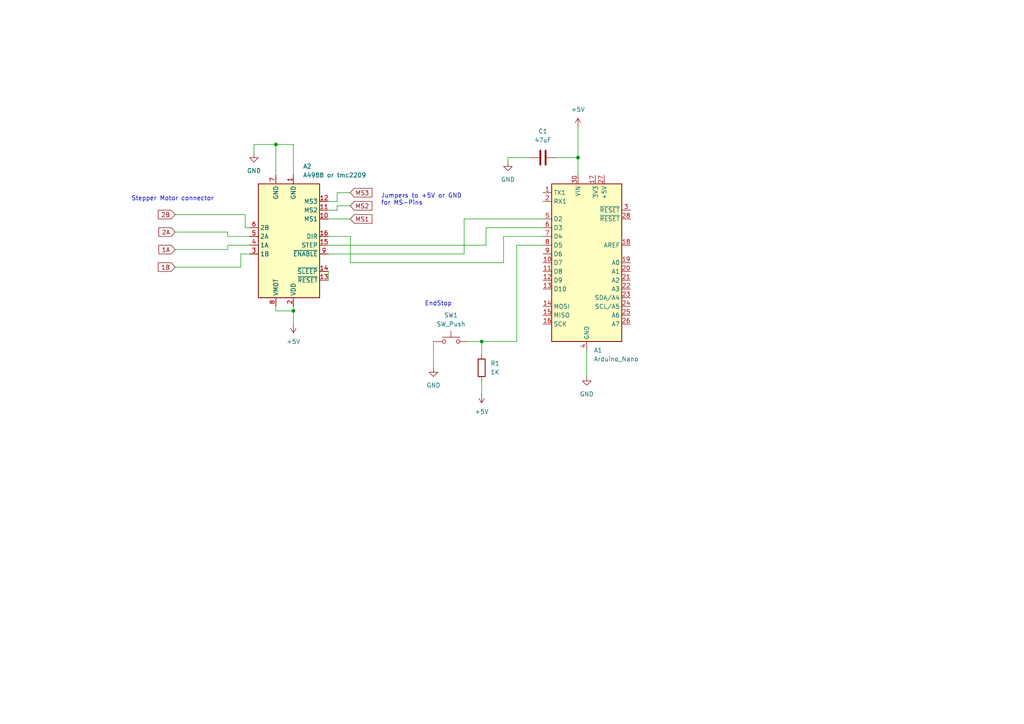
<source format=kicad_sch>
(kicad_sch (version 20211123) (generator eeschema)
  (paper "A4")
  (title_block (title "autofilmscanner") (date "2022-12-10") (rev "1"))
  (lib_symbols
    (symbol "+5V_1" (power) (pin_numbers hide) (pin_names (offset 0) hide)
      (property "Value" "+5V_1" (at 0 3.556 0))
      (symbol "+5V_1_0_1"
        (polyline (pts (xy -0.762 1.27) (xy 0 2.54)))
        (polyline (pts (xy 0 0) (xy 0 2.54)))
        (polyline (pts (xy 0 2.54) (xy 0.762 1.27)))
      )
      (symbol "+5V_1_1_1"
        (pin power_in line (at 0 0 90) (length 0) hide (name "+5V") (number "1"))
      )
    )
    (symbol "+5V_2" (power) (pin_numbers hide) (pin_names (offset 0) hide)
      (property "Value" "+5V_2" (at 0 3.556 0))
      (symbol "+5V_2_0_1"
        (polyline (pts (xy -0.762 1.27) (xy 0 2.54)))
        (polyline (pts (xy 0 0) (xy 0 2.54)))
        (polyline (pts (xy 0 2.54) (xy 0.762 1.27)))
      )
      (symbol "+5V_2_1_1"
        (pin power_in line (at 0 0 90) (length 0) hide (name "+5V") (number "1"))
      )
    )
    (symbol "Device:C" (pin_numbers hide) (pin_names (offset 0.254))
      (property "Reference" "C" (at 0.635 2.54 0))
      (property "Value" "C" (at 0.635 -2.54 0))
      (symbol "C_0_1"
        (polyline (pts (xy -2.032 -0.762) (xy 2.032 -0.762)) (stroke (width 0.508)))
        (polyline (pts (xy -2.032 0.762) (xy 2.032 0.762)) (stroke (width 0.508)))
      )
      (symbol "C_1_1"
        (pin passive line (at 0 3.81 270) (length 2.794) (name "~") (number "1"))
        (pin passive line (at 0 -3.81 90) (length 2.794) (name "~") (number "2"))
      )
    )
    (symbol "Device:R" (pin_numbers hide) (pin_names (offset 0))
      (property "Reference" "R" (at 2.032 0 90))
      (property "Value" "R" (at 0 0 90))
      (symbol "R_0_1"
        (rectangle (start -1.016 -2.54) (end 1.016 2.54) (stroke (width 0.254)))
      )
      (symbol "R_1_1"
        (pin passive line (at 0 3.81 270) (length 1.27) (name "~") (number "1"))
        (pin passive line (at 0 -3.81 90) (length 1.27) (name "~") (number "2"))
      )
    )
    (symbol "Driver_Motor:Pololu_Breakout_A4988"
      (property "Reference" "A" (at -2.54 19.05 0))
      (property "Value" "Pololu_Breakout_A4988" (at -2.54 16.51 0))
      (symbol "Pololu_Breakout_A4988_0_1"
        (rectangle (start 10.16 -17.78) (end -7.62 15.24) (stroke (width 0.254)) (fill (type background)))
      )
      (symbol "Pololu_Breakout_A4988_1_1"
        (pin power_in line (at 0 -20.32 90) (length 2.54) (name "GND") (number "1"))
        (pin input line (at -10.16 -7.62 0) (length 2.54) (name "MS1") (number "10"))
        (pin input line (at -10.16 -10.16 0) (length 2.54) (name "MS2") (number "11"))
        (pin input line (at -10.16 -12.7 0) (length 2.54) (name "MS3") (number "12"))
        (pin input line (at -10.16 10.16 0) (length 2.54) (name "~{RESET}") (number "13"))
        (pin input line (at -10.16 7.62 0) (length 2.54) (name "~{SLEEP}") (number "14"))
        (pin input line (at -10.16 0 0) (length 2.54) (name "STEP") (number "15"))
        (pin input line (at -10.16 -2.54 0) (length 2.54) (name "DIR") (number "16"))
        (pin power_in line (at 0 17.78 270) (length 2.54) (name "VDD") (number "2"))
        (pin output line (at 12.7 2.54 180) (length 2.54) (name "1B") (number "3"))
        (pin output line (at 12.7 0 180) (length 2.54) (name "1A") (number "4"))
        (pin output line (at 12.7 -2.54 180) (length 2.54) (name "2A") (number "5"))
        (pin output line (at 12.7 -5.08 180) (length 2.54) (name "2B") (number "6"))
        (pin power_in line (at 5.08 -20.32 90) (length 2.54) (name "GND") (number "7"))
        (pin power_in line (at 5.08 17.78 270) (length 2.54) (name "VMOT") (number "8"))
        (pin input line (at -10.16 2.54 0) (length 2.54) (name "~{ENABLE}") (number "9"))
      )
    )
    (symbol "GND_1" (power) (pin_numbers hide) (pin_names (offset 0) hide)
      (property "Value" "GND_1" (at 0 -3.81 0))
      (symbol "GND_1_0_1"
        (polyline (pts (xy 0 0) (xy 0 -1.27) (xy 1.27 -1.27) (xy 0 -2.54) (xy -1.27 -1.27) (xy 0 -1.27)))
      )
      (symbol "GND_1_1_1"
        (pin power_in line (at 0 0 270) (length 0) hide (name "GND") (number "1"))
      )
    )
    (symbol "GND_2" (power) (pin_numbers hide) (pin_names (offset 0) hide)
      (property "Value" "GND_2" (at 0 -3.81 0))
      (symbol "GND_2_0_1"
        (polyline (pts (xy 0 0) (xy 0 -1.27) (xy 1.27 -1.27) (xy 0 -2.54) (xy -1.27 -1.27) (xy 0 -1.27)))
      )
      (symbol "GND_2_1_1"
        (pin power_in line (at 0 0 270) (length 0) hide (name "GND") (number "1"))
      )
    )
    (symbol "GND_3" (power) (pin_numbers hide) (pin_names (offset 0) hide)
      (property "Value" "GND_3" (at 0 -3.81 0))
      (symbol "GND_3_0_1"
        (polyline (pts (xy 0 0) (xy 0 -1.27) (xy 1.27 -1.27) (xy 0 -2.54) (xy -1.27 -1.27) (xy 0 -1.27)))
      )
      (symbol "GND_3_1_1"
        (pin power_in line (at 0 0 270) (length 0) hide (name "GND") (number "1"))
      )
    )
    (symbol "MCU_Module:Arduino_Nano_Every"
      (property "Reference" "A" (at -10.16 23.495 0))
      (property "Value" "Arduino_Nano_Every" (at 5.08 -24.13 0))
      (symbol "Arduino_Nano_Every_0_1"
        (rectangle (start -10.16 22.86) (end 10.16 -22.86) (stroke (width 0.254)) (fill (type background)))
      )
      (symbol "Arduino_Nano_Every_1_1"
        (pin bidirectional line (at -12.7 20.32 0) (length 2.54) (name "TX1") (number "1"))
        (pin bidirectional line (at -12.7 0 0) (length 2.54) (name "D7") (number "10"))
        (pin bidirectional line (at -12.7 -2.54 0) (length 2.54) (name "D8") (number "11"))
        (pin bidirectional line (at -12.7 -5.08 0) (length 2.54) (name "D9") (number "12"))
        (pin bidirectional line (at -12.7 -7.62 0) (length 2.54) (name "D10") (number "13"))
        (pin bidirectional line (at -12.7 -12.7 0) (length 2.54) (name "MOSI") (number "14"))
        (pin bidirectional line (at -12.7 -15.24 0) (length 2.54) (name "MISO") (number "15"))
        (pin bidirectional line (at -12.7 -17.78 0) (length 2.54) (name "SCK") (number "16"))
        (pin power_out line (at 2.54 25.4 270) (length 2.54) (name "3V3") (number "17"))
        (pin input line (at 12.7 5.08 180) (length 2.54) (name "AREF") (number "18"))
        (pin bidirectional line (at 12.7 0 180) (length 2.54) (name "A0") (number "19"))
        (pin bidirectional line (at -12.7 17.78 0) (length 2.54) (name "RX1") (number "2"))
        (pin bidirectional line (at 12.7 -2.54 180) (length 2.54) (name "A1") (number "20"))
        (pin bidirectional line (at 12.7 -5.08 180) (length 2.54) (name "A2") (number "21"))
        (pin bidirectional line (at 12.7 -7.62 180) (length 2.54) (name "A3") (number "22"))
        (pin bidirectional line (at 12.7 -10.16 180) (length 2.54) (name "SDA/A4") (number "23"))
        (pin bidirectional line (at 12.7 -12.7 180) (length 2.54) (name "SCL/A5") (number "24"))
        (pin bidirectional line (at 12.7 -15.24 180) (length 2.54) (name "A6") (number "25"))
        (pin bidirectional line (at 12.7 -17.78 180) (length 2.54) (name "A7") (number "26"))
        (pin power_out line (at 5.08 25.4 270) (length 2.54) (name "+5V") (number "27"))
        (pin input line (at 12.7 12.7 180) (length 2.54) (name "~{RESET}") (number "28"))
        (pin passive line (at 0 -25.4 90) (length 2.54) hide (name "GND") (number "29"))
        (pin input line (at 12.7 15.24 180) (length 2.54) (name "~{RESET}") (number "3"))
        (pin power_in line (at -2.54 25.4 270) (length 2.54) (name "VIN") (number "30"))
        (pin power_in line (at 0 -25.4 90) (length 2.54) (name "GND") (number "4"))
        (pin bidirectional line (at -12.7 12.7 0) (length 2.54) (name "D2") (number "5"))
        (pin bidirectional line (at -12.7 10.16 0) (length 2.54) (name "D3") (number "6"))
        (pin bidirectional line (at -12.7 7.62 0) (length 2.54) (name "D4") (number "7"))
        (pin bidirectional line (at -12.7 5.08 0) (length 2.54) (name "D5") (number "8"))
        (pin bidirectional line (at -12.7 2.54 0) (length 2.54) (name "D6") (number "9"))
      )
    )
    (symbol "Switch:SW_Push" (pin_numbers hide) (pin_names (offset 1.016) hide)
      (property "Reference" "SW" (at 1.27 2.54 0))
      (property "Value" "SW_Push" (at 0 -1.524 0))
      (symbol "SW_Push_0_1"
        (circle (center -2.032 0) (radius 0.508))
        (polyline (pts (xy 0 1.27) (xy 0 3.048)))
        (polyline (pts (xy 2.54 1.27) (xy -2.54 1.27)))
        (circle (center 2.032 0) (radius 0.508))
        (pin passive line (at -5.08 0 0) (length 2.54) (name "1") (number "1"))
        (pin passive line (at 5.08 0 180) (length 2.54) (name "2") (number "2"))
      )
    )
    (symbol "power:+5V" (power) (pin_numbers hide) (pin_names (offset 0) hide)
      (property "Value" "+5V" (at 0 3.556 0))
      (symbol "+5V_0_1"
        (polyline (pts (xy -0.762 1.27) (xy 0 2.54)))
        (polyline (pts (xy 0 0) (xy 0 2.54)))
        (polyline (pts (xy 0 2.54) (xy 0.762 1.27)))
      )
      (symbol "+5V_1_1"
        (pin power_in line (at 0 0 90) (length 0) hide (name "+5V") (number "1"))
      )
    )
    (symbol "power:GND" (power) (pin_numbers hide) (pin_names (offset 0) hide)
      (property "Value" "GND" (at 0 -3.81 0))
      (symbol "GND_0_1"
        (polyline (pts (xy 0 0) (xy 0 -1.27) (xy 1.27 -1.27) (xy 0 -2.54) (xy -1.27 -1.27) (xy 0 -1.27)))
      )
      (symbol "GND_1_1"
        (pin power_in line (at 0 0 270) (length 0) hide (name "GND") (number "1"))
      )
    )
  )
  (junction (at 85.09 90.17))
  (junction (at 167.64 45.72))
  (junction (at 139.7 99.06))
  (junction (at 80.01 41.91))
  (wire (pts (xy 95.25 73.66) (xy 134.62 73.66)))
  (wire (pts (xy 71.12 66.04) (xy 72.39 66.04)))
  (wire (pts (xy 135.89 99.06) (xy 139.7 99.06)))
  (wire (pts (xy 73.66 41.91) (xy 73.66 44.45)))
  (wire (pts (xy 72.39 68.58) (xy 66.04 68.58)))
  (wire (pts (xy 80.01 41.91) (xy 80.01 50.8)))
  (wire (pts (xy 50.8 77.47) (xy 69.85 77.47)))
  (wire (pts (xy 95.25 60.96) (xy 97.79 60.96)))
  (wire (pts (xy 80.01 88.9) (xy 80.01 90.17)))
  (wire (pts (xy 139.7 99.06) (xy 149.86 99.06)))
  (wire (pts (xy 146.05 76.2) (xy 146.05 68.58)))
  (wire (pts (xy 97.79 55.88) (xy 101.6 55.88)))
  (wire (pts (xy 85.09 90.17) (xy 85.09 93.98)))
  (wire (pts (xy 149.86 71.12) (xy 157.48 71.12)))
  (wire (pts (xy 50.8 62.23) (xy 71.12 62.23)))
  (wire (pts (xy 66.04 68.58) (xy 66.04 67.31)))
  (wire (pts (xy 80.01 41.91) (xy 73.66 41.91)))
  (wire (pts (xy 66.04 72.39) (xy 66.04 71.12)))
  (wire (pts (xy 95.25 68.58) (xy 101.6 68.58)))
  (wire (pts (xy 101.6 76.2) (xy 146.05 76.2)))
  (wire (pts (xy 167.64 45.72) (xy 167.64 50.8)))
  (wire (pts (xy 71.12 62.23) (xy 71.12 66.04)))
  (wire (pts (xy 69.85 77.47) (xy 69.85 73.66)))
  (wire (pts (xy 161.29 45.72) (xy 167.64 45.72)))
  (wire (pts (xy 97.79 59.69) (xy 101.6 59.69)))
  (wire (pts (xy 101.6 68.58) (xy 101.6 76.2)))
  (wire (pts (xy 97.79 58.42) (xy 97.79 55.88)))
  (wire (pts (xy 147.32 45.72) (xy 147.32 46.99)))
  (wire (pts (xy 69.85 73.66) (xy 72.39 73.66)))
  (wire (pts (xy 167.64 36.83) (xy 167.64 45.72)))
  (wire (pts (xy 80.01 90.17) (xy 85.09 90.17)))
  (wire (pts (xy 140.97 66.04) (xy 157.48 66.04)))
  (wire (pts (xy 139.7 99.06) (xy 139.7 102.87)))
  (wire (pts (xy 97.79 60.96) (xy 97.79 59.69)))
  (wire (pts (xy 50.8 72.39) (xy 66.04 72.39)))
  (wire (pts (xy 170.18 101.6) (xy 170.18 109.22)))
  (wire (pts (xy 134.62 63.5) (xy 157.48 63.5)))
  (wire (pts (xy 149.86 99.06) (xy 149.86 71.12)))
  (wire (pts (xy 85.09 41.91) (xy 80.01 41.91)))
  (wire (pts (xy 85.09 50.8) (xy 85.09 41.91)))
  (wire (pts (xy 66.04 71.12) (xy 72.39 71.12)))
  (wire (pts (xy 146.05 68.58) (xy 157.48 68.58)))
  (wire (pts (xy 85.09 88.9) (xy 85.09 90.17)))
  (wire (pts (xy 95.25 58.42) (xy 97.79 58.42)))
  (wire (pts (xy 95.25 63.5) (xy 101.6 63.5)))
  (wire (pts (xy 140.97 71.12) (xy 140.97 66.04)))
  (wire (pts (xy 134.62 73.66) (xy 134.62 63.5)))
  (wire (pts (xy 153.67 45.72) (xy 147.32 45.72)))
  (wire (pts (xy 95.25 71.12) (xy 140.97 71.12)))
  (wire (pts (xy 95.25 78.74) (xy 95.25 81.28)))
  (wire (pts (xy 139.7 110.49) (xy 139.7 114.3)))
  (wire (pts (xy 50.8 67.31) (xy 66.04 67.31)))
  (wire (pts (xy 125.73 99.06) (xy 125.73 106.68)))
  (text "EndStop" (at 123.19 88.9 0) (effects (font (size 1.27 1.27)) (justify left bottom)))
  (text "Jumpers to +5V or GND\nfor MS-Pins\n" (at 110.49 59.69 0) (effects (font (size 1.27 1.27)) (justify left bottom)))
  (text "Stepper Motor connector" (at 38.1 58.42 0) (effects (font (size 1.27 1.27)) (justify left bottom)))
  (global_label "MS2" (shape input) (at 101.6 59.69 0) (property "Intersheet References" "${INTERSHEET_REFS}" (effects hide)))
  (global_label "2B" (shape input) (at 50.8 62.23 180) (property "Intersheet References" "${INTERSHEET_REFS}" (effects hide)))
  (global_label "1B" (shape input) (at 50.8 77.47 180) (property "Intersheet References" "${INTERSHEET_REFS}" (effects hide)))
  (global_label "MS1" (shape input) (at 101.6 63.5 0) (property "Intersheet References" "${INTERSHEET_REFS}" (effects hide)))
  (global_label "MS3" (shape input) (at 101.6 55.88 0) (property "Intersheet References" "${INTERSHEET_REFS}" (effects hide)))
  (global_label "2A" (shape input) (at 50.8 67.31 180) (property "Intersheet References" "${INTERSHEET_REFS}" (effects hide)))
  (global_label "1A" (shape input) (at 50.8 72.39 180) (property "Intersheet References" "${INTERSHEET_REFS}" (effects hide)))
  (symbol (lib_id "power:+5V") (at 85.09 93.98 180) (unit 1)
    (property "Reference" "#PWR?" (effects hide))
    (property "Value" "+5V" (at 85.09 99.06 0))
  )
  (symbol (lib_id "Switch:SW_Push") (at 130.81 99.06 0) (unit 1)
    (property "Reference" "SW1" (at 130.81 91.44 0))
    (property "Value" "SW_Push" (at 130.81 93.98 0))
  )
  (symbol (lib_name "+5V_1") (lib_id "power:+5V") (at 167.64 36.83 0) (unit 1)
    (property "Reference" "#PWR?" (effects hide))
    (property "Value" "+5V" (at 167.64 31.75 0))
  )
  (symbol (lib_name "+5V_2") (lib_id "power:+5V") (at 139.7 114.3 180) (unit 1)
    (property "Reference" "#PWR?" (effects hide))
    (property "Value" "+5V" (at 139.7 119.38 0))
  )
  (symbol (lib_name "GND_1") (lib_id "power:GND") (at 147.32 46.99 0) (unit 1)
    (property "Reference" "#PWR?" (effects hide))
    (property "Value" "GND" (at 147.32 52.07 0))
  )
  (symbol (lib_id "power:GND") (at 125.73 106.68 0) (unit 1)
    (property "Reference" "#PWR?" (effects hide))
    (property "Value" "GND" (at 125.73 111.76 0))
  )
  (symbol (lib_id "MCU_Module:Arduino_Nano_Every") (at 170.18 76.2 0) (unit 1)
    (property "Reference" "A1" (at 172.1994 101.6 0) (effects (justify left)))
    (property "Value" "Arduino_Nano" (at 172.1994 104.14 0) (effects (justify left)))
    (property "Footprint" "Module:Arduino_Nano" (effects hide))
    (property "Datasheet" "https://content.arduino.cc/assets/NANOEveryV3.0_sch.pdf" (effects hide))
  )
  (symbol (lib_name "GND_3") (lib_id "power:GND") (at 73.66 44.45 0) (unit 1)
    (property "Reference" "#PWR?" (effects hide))
    (property "Value" "GND" (at 73.66 49.53 0))
  )
  (symbol (lib_id "Device:C") (at 157.48 45.72 90) (unit 1)
    (property "Reference" "C1" (at 157.48 38.1 90))
    (property "Value" "47uF" (at 157.48 40.64 90))
  )
  (symbol (lib_name "GND_2") (lib_id "power:GND") (at 170.18 109.22 0) (unit 1)
    (property "Reference" "#PWR?" (effects hide))
    (property "Value" "GND" (at 170.18 114.3 0))
  )
  (symbol (lib_id "Device:R") (at 139.7 106.68 0) (unit 1)
    (property "Reference" "R1" (at 142.24 105.4099 0) (effects (justify left)))
    (property "Value" "1K" (at 142.24 107.9499 0) (effects (justify left)))
  )
  (symbol (lib_id "Driver_Motor:Pololu_Breakout_A4988") (at 85.09 71.12 180) (unit 1)
    (property "Reference" "A2" (at 87.8587 48.26 0) (effects (justify right)))
    (property "Value" "A4988 or tmc2209" (at 87.8587 50.8 0) (effects (justify right)))
    (property "Footprint" "Module:Pololu_Breakout-16_15.2x20.3mm" (effects hide))
    (property "Datasheet" "https://www.pololu.com/product/2980/pictures" (effects hide))
  )
)
</source>
